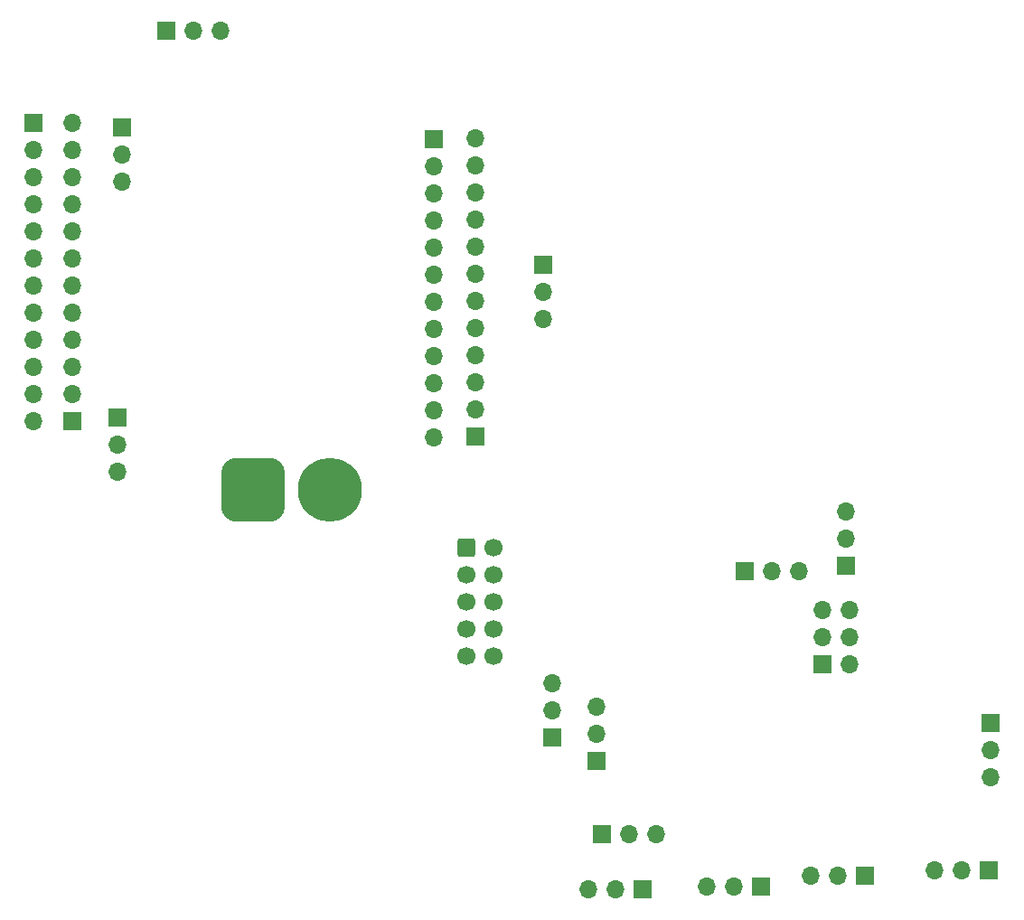
<source format=gbr>
%TF.GenerationSoftware,KiCad,Pcbnew,7.0.10*%
%TF.CreationDate,2024-03-18T15:21:50-05:00*%
%TF.ProjectId,PCB_R1,5043425f-5231-42e6-9b69-6361645f7063,rev?*%
%TF.SameCoordinates,Original*%
%TF.FileFunction,Soldermask,Bot*%
%TF.FilePolarity,Negative*%
%FSLAX46Y46*%
G04 Gerber Fmt 4.6, Leading zero omitted, Abs format (unit mm)*
G04 Created by KiCad (PCBNEW 7.0.10) date 2024-03-18 15:21:50*
%MOMM*%
%LPD*%
G01*
G04 APERTURE LIST*
G04 Aperture macros list*
%AMRoundRect*
0 Rectangle with rounded corners*
0 $1 Rounding radius*
0 $2 $3 $4 $5 $6 $7 $8 $9 X,Y pos of 4 corners*
0 Add a 4 corners polygon primitive as box body*
4,1,4,$2,$3,$4,$5,$6,$7,$8,$9,$2,$3,0*
0 Add four circle primitives for the rounded corners*
1,1,$1+$1,$2,$3*
1,1,$1+$1,$4,$5*
1,1,$1+$1,$6,$7*
1,1,$1+$1,$8,$9*
0 Add four rect primitives between the rounded corners*
20,1,$1+$1,$2,$3,$4,$5,0*
20,1,$1+$1,$4,$5,$6,$7,0*
20,1,$1+$1,$6,$7,$8,$9,0*
20,1,$1+$1,$8,$9,$2,$3,0*%
G04 Aperture macros list end*
%ADD10R,1.700000X1.700000*%
%ADD11O,1.700000X1.700000*%
%ADD12RoundRect,0.250000X-0.600000X-0.600000X0.600000X-0.600000X0.600000X0.600000X-0.600000X0.600000X0*%
%ADD13C,1.700000*%
%ADD14RoundRect,1.500000X-1.500000X-1.500000X1.500000X-1.500000X1.500000X1.500000X-1.500000X1.500000X0*%
%ADD15C,6.000000*%
G04 APERTURE END LIST*
D10*
%TO.C,J9*%
X68492000Y-32745586D03*
D11*
X71032000Y-32745586D03*
X73572000Y-32745586D03*
%TD*%
D10*
%TO.C,J1*%
X97412000Y-70725586D03*
D11*
X97412000Y-68185586D03*
X97412000Y-65645586D03*
X97412000Y-63105586D03*
X97412000Y-60565586D03*
X97412000Y-58025586D03*
X97412000Y-55485586D03*
X97412000Y-52945586D03*
X97412000Y-50405586D03*
X97412000Y-47865586D03*
X97412000Y-45325586D03*
X97412000Y-42785586D03*
%TD*%
D10*
%TO.C,J6*%
X64365000Y-41825000D03*
D11*
X64365000Y-44365000D03*
X64365000Y-46905000D03*
%TD*%
D10*
%TO.C,J17*%
X108817500Y-101094500D03*
D11*
X108817500Y-98554500D03*
X108817500Y-96014500D03*
%TD*%
D10*
%TO.C,J11*%
X59692000Y-69325586D03*
D11*
X59692000Y-66785586D03*
X59692000Y-64245586D03*
X59692000Y-61705586D03*
X59692000Y-59165586D03*
X59692000Y-56625586D03*
X59692000Y-54085586D03*
X59692000Y-51545586D03*
X59692000Y-49005586D03*
X59692000Y-46465586D03*
X59692000Y-43925586D03*
X59692000Y-41385586D03*
%TD*%
D12*
%TO.C,J20*%
X96587500Y-81164500D03*
D13*
X99127500Y-81164500D03*
X96587500Y-83704500D03*
X99127500Y-83704500D03*
X96587500Y-86244500D03*
X99127500Y-86244500D03*
X96587500Y-88784500D03*
X99127500Y-88784500D03*
X96587500Y-91324500D03*
X99127500Y-91324500D03*
%TD*%
D10*
%TO.C,J18*%
X113157000Y-113134500D03*
D11*
X110617000Y-113134500D03*
X108077000Y-113134500D03*
%TD*%
D10*
%TO.C,J27*%
X56052000Y-41335586D03*
D11*
X56052000Y-43875586D03*
X56052000Y-46415586D03*
X56052000Y-48955586D03*
X56052000Y-51495586D03*
X56052000Y-54035586D03*
X56052000Y-56575586D03*
X56052000Y-59115586D03*
X56052000Y-61655586D03*
X56052000Y-64195586D03*
X56052000Y-66735586D03*
X56052000Y-69275586D03*
%TD*%
D14*
%TO.C,J2*%
X76617000Y-75695586D03*
D15*
X83817000Y-75695586D03*
%TD*%
D10*
%TO.C,J5*%
X63922000Y-68950586D03*
D11*
X63922000Y-71490586D03*
X63922000Y-74030586D03*
%TD*%
D10*
%TO.C,J12*%
X133970000Y-111912000D03*
D11*
X131430000Y-111912000D03*
X128890000Y-111912000D03*
%TD*%
D10*
%TO.C,J16*%
X104667500Y-98894500D03*
D11*
X104667500Y-96354500D03*
X104667500Y-93814500D03*
%TD*%
D10*
%TO.C,J4*%
X103807000Y-54660586D03*
D11*
X103807000Y-57200586D03*
X103807000Y-59740586D03*
%TD*%
D10*
%TO.C,J28*%
X93567000Y-42915586D03*
D11*
X93567000Y-45455586D03*
X93567000Y-47995586D03*
X93567000Y-50535586D03*
X93567000Y-53075586D03*
X93567000Y-55615586D03*
X93567000Y-58155586D03*
X93567000Y-60695586D03*
X93567000Y-63235586D03*
X93567000Y-65775586D03*
X93567000Y-68315586D03*
X93567000Y-70855586D03*
%TD*%
D10*
%TO.C,J3*%
X109287500Y-107994500D03*
D11*
X111827500Y-107994500D03*
X114367500Y-107994500D03*
%TD*%
D10*
%TO.C,J15*%
X132187500Y-82864500D03*
D11*
X132187500Y-80324500D03*
X132187500Y-77784500D03*
%TD*%
D10*
%TO.C,J10*%
X122707500Y-83324500D03*
D11*
X125247500Y-83324500D03*
X127787500Y-83324500D03*
%TD*%
D10*
%TO.C,J14*%
X145717500Y-97614500D03*
D11*
X145717500Y-100154500D03*
X145717500Y-102694500D03*
%TD*%
D10*
%TO.C,J19*%
X124206000Y-112903000D03*
D11*
X121666000Y-112903000D03*
X119126000Y-112903000D03*
%TD*%
D10*
%TO.C,J7*%
X129957500Y-92084500D03*
D11*
X132497500Y-92084500D03*
X129957500Y-89544500D03*
X132497500Y-89544500D03*
X129957500Y-87004500D03*
X132497500Y-87004500D03*
%TD*%
D10*
%TO.C,J13*%
X145542000Y-111379000D03*
D11*
X143002000Y-111379000D03*
X140462000Y-111379000D03*
%TD*%
M02*

</source>
